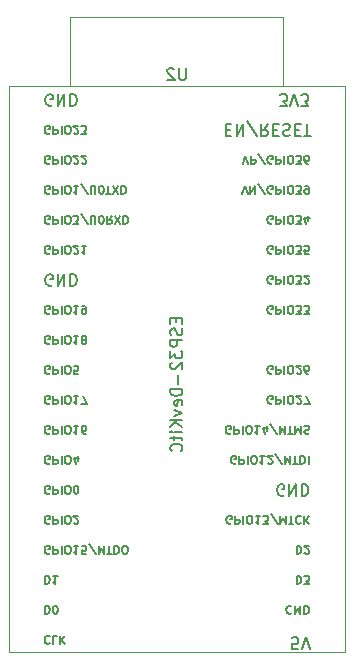
<source format=gbr>
%TF.GenerationSoftware,KiCad,Pcbnew,(5.1.10)-1*%
%TF.CreationDate,2021-10-02T14:55:05+00:00*%
%TF.ProjectId,watermixer,77617465-726d-4697-9865-722e6b696361,v1.0*%
%TF.SameCoordinates,Original*%
%TF.FileFunction,Legend,Bot*%
%TF.FilePolarity,Positive*%
%FSLAX46Y46*%
G04 Gerber Fmt 4.6, Leading zero omitted, Abs format (unit mm)*
G04 Created by KiCad (PCBNEW (5.1.10)-1) date 2021-10-02 14:55:05*
%MOMM*%
%LPD*%
G01*
G04 APERTURE LIST*
%ADD10C,0.120000*%
%ADD11C,0.150000*%
G04 APERTURE END LIST*
D10*
%TO.C,U2*%
X132052320Y-118704720D02*
X103652321Y-118704720D01*
X103652321Y-118704720D02*
X103652320Y-70784720D01*
X103652320Y-70784720D02*
X132052319Y-70784720D01*
X132052319Y-70784720D02*
X132052320Y-118704720D01*
X126822200Y-70764400D02*
X126822200Y-64871600D01*
X126822200Y-64871600D02*
X108839000Y-64871600D01*
X108839000Y-64871600D02*
X108839000Y-70764400D01*
D11*
X118614224Y-69237100D02*
X118614224Y-70046624D01*
X118566605Y-70141862D01*
X118518986Y-70189481D01*
X118423748Y-70237100D01*
X118233272Y-70237100D01*
X118138034Y-70189481D01*
X118090415Y-70141862D01*
X118042796Y-70046624D01*
X118042796Y-69237100D01*
X117614224Y-69332339D02*
X117566605Y-69284720D01*
X117471367Y-69237100D01*
X117233272Y-69237100D01*
X117138034Y-69284720D01*
X117090415Y-69332339D01*
X117042796Y-69427577D01*
X117042796Y-69522815D01*
X117090415Y-69665672D01*
X117661843Y-70237100D01*
X117042796Y-70237100D01*
X117780891Y-90419481D02*
X117780891Y-90752815D01*
X118304700Y-90895672D02*
X118304700Y-90419481D01*
X117304700Y-90419481D01*
X117304700Y-90895672D01*
X118257081Y-91276624D02*
X118304700Y-91419481D01*
X118304700Y-91657577D01*
X118257081Y-91752815D01*
X118209462Y-91800434D01*
X118114224Y-91848053D01*
X118018986Y-91848053D01*
X117923748Y-91800434D01*
X117876129Y-91752815D01*
X117828510Y-91657577D01*
X117780891Y-91467100D01*
X117733272Y-91371862D01*
X117685653Y-91324243D01*
X117590415Y-91276624D01*
X117495177Y-91276624D01*
X117399939Y-91324243D01*
X117352320Y-91371862D01*
X117304700Y-91467100D01*
X117304700Y-91705196D01*
X117352320Y-91848053D01*
X118304700Y-92276624D02*
X117304700Y-92276624D01*
X117304700Y-92657577D01*
X117352320Y-92752815D01*
X117399939Y-92800434D01*
X117495177Y-92848053D01*
X117638034Y-92848053D01*
X117733272Y-92800434D01*
X117780891Y-92752815D01*
X117828510Y-92657577D01*
X117828510Y-92276624D01*
X117304700Y-93181386D02*
X117304700Y-93800434D01*
X117685653Y-93467100D01*
X117685653Y-93609958D01*
X117733272Y-93705196D01*
X117780891Y-93752815D01*
X117876129Y-93800434D01*
X118114224Y-93800434D01*
X118209462Y-93752815D01*
X118257081Y-93705196D01*
X118304700Y-93609958D01*
X118304700Y-93324243D01*
X118257081Y-93229005D01*
X118209462Y-93181386D01*
X117399939Y-94181386D02*
X117352320Y-94229005D01*
X117304700Y-94324243D01*
X117304700Y-94562339D01*
X117352320Y-94657577D01*
X117399939Y-94705196D01*
X117495177Y-94752815D01*
X117590415Y-94752815D01*
X117733272Y-94705196D01*
X118304700Y-94133767D01*
X118304700Y-94752815D01*
X117923748Y-95181386D02*
X117923748Y-95943291D01*
X118304700Y-96419481D02*
X117304700Y-96419481D01*
X117304700Y-96657577D01*
X117352320Y-96800434D01*
X117447558Y-96895672D01*
X117542796Y-96943291D01*
X117733272Y-96990910D01*
X117876129Y-96990910D01*
X118066605Y-96943291D01*
X118161843Y-96895672D01*
X118257081Y-96800434D01*
X118304700Y-96657577D01*
X118304700Y-96419481D01*
X118257081Y-97800434D02*
X118304700Y-97705196D01*
X118304700Y-97514720D01*
X118257081Y-97419481D01*
X118161843Y-97371862D01*
X117780891Y-97371862D01*
X117685653Y-97419481D01*
X117638034Y-97514720D01*
X117638034Y-97705196D01*
X117685653Y-97800434D01*
X117780891Y-97848053D01*
X117876129Y-97848053D01*
X117971367Y-97371862D01*
X117638034Y-98181386D02*
X118304700Y-98419481D01*
X117638034Y-98657577D01*
X118304700Y-99038529D02*
X117304700Y-99038529D01*
X118304700Y-99609958D02*
X117733272Y-99181386D01*
X117304700Y-99609958D02*
X117876129Y-99038529D01*
X118304700Y-100038529D02*
X117638034Y-100038529D01*
X117304700Y-100038529D02*
X117352320Y-99990910D01*
X117399939Y-100038529D01*
X117352320Y-100086148D01*
X117304700Y-100038529D01*
X117399939Y-100038529D01*
X117638034Y-100371862D02*
X117638034Y-100752815D01*
X117304700Y-100514720D02*
X118161843Y-100514720D01*
X118257081Y-100562339D01*
X118304700Y-100657577D01*
X118304700Y-100752815D01*
X118209462Y-101657577D02*
X118257081Y-101609958D01*
X118304700Y-101467100D01*
X118304700Y-101371862D01*
X118257081Y-101229005D01*
X118161843Y-101133767D01*
X118066605Y-101086148D01*
X117876129Y-101038529D01*
X117733272Y-101038529D01*
X117542796Y-101086148D01*
X117447558Y-101133767D01*
X117352320Y-101229005D01*
X117304700Y-101371862D01*
X117304700Y-101467100D01*
X117352320Y-101609958D01*
X117399939Y-101657577D01*
X107281724Y-72384720D02*
X107186486Y-72432339D01*
X107043629Y-72432339D01*
X106900772Y-72384720D01*
X106805534Y-72289481D01*
X106757915Y-72194243D01*
X106710296Y-72003767D01*
X106710296Y-71860910D01*
X106757915Y-71670434D01*
X106805534Y-71575196D01*
X106900772Y-71479958D01*
X107043629Y-71432339D01*
X107138867Y-71432339D01*
X107281724Y-71479958D01*
X107329343Y-71527577D01*
X107329343Y-71860910D01*
X107138867Y-71860910D01*
X107757915Y-71432339D02*
X107757915Y-72432339D01*
X108329343Y-71432339D01*
X108329343Y-72432339D01*
X108805534Y-71432339D02*
X108805534Y-72432339D01*
X109043629Y-72432339D01*
X109186486Y-72384720D01*
X109281724Y-72289481D01*
X109329343Y-72194243D01*
X109376962Y-72003767D01*
X109376962Y-71860910D01*
X109329343Y-71670434D01*
X109281724Y-71575196D01*
X109186486Y-71479958D01*
X109043629Y-71432339D01*
X108805534Y-71432339D01*
X107053153Y-74774720D02*
X106986486Y-74808053D01*
X106886486Y-74808053D01*
X106786486Y-74774720D01*
X106719820Y-74708053D01*
X106686486Y-74641386D01*
X106653153Y-74508053D01*
X106653153Y-74408053D01*
X106686486Y-74274720D01*
X106719820Y-74208053D01*
X106786486Y-74141386D01*
X106886486Y-74108053D01*
X106953153Y-74108053D01*
X107053153Y-74141386D01*
X107086486Y-74174720D01*
X107086486Y-74408053D01*
X106953153Y-74408053D01*
X107386486Y-74108053D02*
X107386486Y-74808053D01*
X107653153Y-74808053D01*
X107719820Y-74774720D01*
X107753153Y-74741386D01*
X107786486Y-74674720D01*
X107786486Y-74574720D01*
X107753153Y-74508053D01*
X107719820Y-74474720D01*
X107653153Y-74441386D01*
X107386486Y-74441386D01*
X108086486Y-74108053D02*
X108086486Y-74808053D01*
X108553153Y-74808053D02*
X108686486Y-74808053D01*
X108753153Y-74774720D01*
X108819820Y-74708053D01*
X108853153Y-74574720D01*
X108853153Y-74341386D01*
X108819820Y-74208053D01*
X108753153Y-74141386D01*
X108686486Y-74108053D01*
X108553153Y-74108053D01*
X108486486Y-74141386D01*
X108419820Y-74208053D01*
X108386486Y-74341386D01*
X108386486Y-74574720D01*
X108419820Y-74708053D01*
X108486486Y-74774720D01*
X108553153Y-74808053D01*
X109119820Y-74741386D02*
X109153153Y-74774720D01*
X109219820Y-74808053D01*
X109386486Y-74808053D01*
X109453153Y-74774720D01*
X109486486Y-74741386D01*
X109519820Y-74674720D01*
X109519820Y-74608053D01*
X109486486Y-74508053D01*
X109086486Y-74108053D01*
X109519820Y-74108053D01*
X109753153Y-74808053D02*
X110186486Y-74808053D01*
X109953153Y-74541386D01*
X110053153Y-74541386D01*
X110119820Y-74508053D01*
X110153153Y-74474720D01*
X110186486Y-74408053D01*
X110186486Y-74241386D01*
X110153153Y-74174720D01*
X110119820Y-74141386D01*
X110053153Y-74108053D01*
X109853153Y-74108053D01*
X109786486Y-74141386D01*
X109753153Y-74174720D01*
X107053153Y-95094720D02*
X106986486Y-95128053D01*
X106886486Y-95128053D01*
X106786486Y-95094720D01*
X106719820Y-95028053D01*
X106686486Y-94961386D01*
X106653153Y-94828053D01*
X106653153Y-94728053D01*
X106686486Y-94594720D01*
X106719820Y-94528053D01*
X106786486Y-94461386D01*
X106886486Y-94428053D01*
X106953153Y-94428053D01*
X107053153Y-94461386D01*
X107086486Y-94494720D01*
X107086486Y-94728053D01*
X106953153Y-94728053D01*
X107386486Y-94428053D02*
X107386486Y-95128053D01*
X107653153Y-95128053D01*
X107719820Y-95094720D01*
X107753153Y-95061386D01*
X107786486Y-94994720D01*
X107786486Y-94894720D01*
X107753153Y-94828053D01*
X107719820Y-94794720D01*
X107653153Y-94761386D01*
X107386486Y-94761386D01*
X108086486Y-94428053D02*
X108086486Y-95128053D01*
X108553153Y-95128053D02*
X108686486Y-95128053D01*
X108753153Y-95094720D01*
X108819820Y-95028053D01*
X108853153Y-94894720D01*
X108853153Y-94661386D01*
X108819820Y-94528053D01*
X108753153Y-94461386D01*
X108686486Y-94428053D01*
X108553153Y-94428053D01*
X108486486Y-94461386D01*
X108419820Y-94528053D01*
X108386486Y-94661386D01*
X108386486Y-94894720D01*
X108419820Y-95028053D01*
X108486486Y-95094720D01*
X108553153Y-95128053D01*
X109486486Y-95128053D02*
X109153153Y-95128053D01*
X109119820Y-94794720D01*
X109153153Y-94828053D01*
X109219820Y-94861386D01*
X109386486Y-94861386D01*
X109453153Y-94828053D01*
X109486486Y-94794720D01*
X109519820Y-94728053D01*
X109519820Y-94561386D01*
X109486486Y-94494720D01*
X109453153Y-94461386D01*
X109386486Y-94428053D01*
X109219820Y-94428053D01*
X109153153Y-94461386D01*
X109119820Y-94494720D01*
X106686486Y-114748053D02*
X106686486Y-115448053D01*
X106853153Y-115448053D01*
X106953153Y-115414720D01*
X107019820Y-115348053D01*
X107053153Y-115281386D01*
X107086486Y-115148053D01*
X107086486Y-115048053D01*
X107053153Y-114914720D01*
X107019820Y-114848053D01*
X106953153Y-114781386D01*
X106853153Y-114748053D01*
X106686486Y-114748053D01*
X107519820Y-115448053D02*
X107586486Y-115448053D01*
X107653153Y-115414720D01*
X107686486Y-115381386D01*
X107719820Y-115314720D01*
X107753153Y-115181386D01*
X107753153Y-115014720D01*
X107719820Y-114881386D01*
X107686486Y-114814720D01*
X107653153Y-114781386D01*
X107586486Y-114748053D01*
X107519820Y-114748053D01*
X107453153Y-114781386D01*
X107419820Y-114814720D01*
X107386486Y-114881386D01*
X107353153Y-115014720D01*
X107353153Y-115181386D01*
X107386486Y-115314720D01*
X107419820Y-115381386D01*
X107453153Y-115414720D01*
X107519820Y-115448053D01*
X128093261Y-118403619D02*
X127617071Y-118403619D01*
X127569452Y-117927428D01*
X127617071Y-117975047D01*
X127712309Y-118022666D01*
X127950404Y-118022666D01*
X128045642Y-117975047D01*
X128093261Y-117927428D01*
X128140880Y-117832190D01*
X128140880Y-117594095D01*
X128093261Y-117498857D01*
X128045642Y-117451238D01*
X127950404Y-117403619D01*
X127712309Y-117403619D01*
X127617071Y-117451238D01*
X127569452Y-117498857D01*
X128426595Y-118403619D02*
X128759928Y-117403619D01*
X129093261Y-118403619D01*
X107053153Y-84934720D02*
X106986486Y-84968053D01*
X106886486Y-84968053D01*
X106786486Y-84934720D01*
X106719820Y-84868053D01*
X106686486Y-84801386D01*
X106653153Y-84668053D01*
X106653153Y-84568053D01*
X106686486Y-84434720D01*
X106719820Y-84368053D01*
X106786486Y-84301386D01*
X106886486Y-84268053D01*
X106953153Y-84268053D01*
X107053153Y-84301386D01*
X107086486Y-84334720D01*
X107086486Y-84568053D01*
X106953153Y-84568053D01*
X107386486Y-84268053D02*
X107386486Y-84968053D01*
X107653153Y-84968053D01*
X107719820Y-84934720D01*
X107753153Y-84901386D01*
X107786486Y-84834720D01*
X107786486Y-84734720D01*
X107753153Y-84668053D01*
X107719820Y-84634720D01*
X107653153Y-84601386D01*
X107386486Y-84601386D01*
X108086486Y-84268053D02*
X108086486Y-84968053D01*
X108553153Y-84968053D02*
X108686486Y-84968053D01*
X108753153Y-84934720D01*
X108819820Y-84868053D01*
X108853153Y-84734720D01*
X108853153Y-84501386D01*
X108819820Y-84368053D01*
X108753153Y-84301386D01*
X108686486Y-84268053D01*
X108553153Y-84268053D01*
X108486486Y-84301386D01*
X108419820Y-84368053D01*
X108386486Y-84501386D01*
X108386486Y-84734720D01*
X108419820Y-84868053D01*
X108486486Y-84934720D01*
X108553153Y-84968053D01*
X109119820Y-84901386D02*
X109153153Y-84934720D01*
X109219820Y-84968053D01*
X109386486Y-84968053D01*
X109453153Y-84934720D01*
X109486486Y-84901386D01*
X109519820Y-84834720D01*
X109519820Y-84768053D01*
X109486486Y-84668053D01*
X109086486Y-84268053D01*
X109519820Y-84268053D01*
X110186486Y-84268053D02*
X109786486Y-84268053D01*
X109986486Y-84268053D02*
X109986486Y-84968053D01*
X109919820Y-84868053D01*
X109853153Y-84801386D01*
X109786486Y-84768053D01*
X106686486Y-112208053D02*
X106686486Y-112908053D01*
X106853153Y-112908053D01*
X106953153Y-112874720D01*
X107019820Y-112808053D01*
X107053153Y-112741386D01*
X107086486Y-112608053D01*
X107086486Y-112508053D01*
X107053153Y-112374720D01*
X107019820Y-112308053D01*
X106953153Y-112241386D01*
X106853153Y-112208053D01*
X106686486Y-112208053D01*
X107753153Y-112208053D02*
X107353153Y-112208053D01*
X107553153Y-112208053D02*
X107553153Y-112908053D01*
X107486486Y-112808053D01*
X107419820Y-112741386D01*
X107353153Y-112708053D01*
X122818153Y-102714720D02*
X122751486Y-102748053D01*
X122651486Y-102748053D01*
X122551486Y-102714720D01*
X122484820Y-102648053D01*
X122451486Y-102581386D01*
X122418153Y-102448053D01*
X122418153Y-102348053D01*
X122451486Y-102214720D01*
X122484820Y-102148053D01*
X122551486Y-102081386D01*
X122651486Y-102048053D01*
X122718153Y-102048053D01*
X122818153Y-102081386D01*
X122851486Y-102114720D01*
X122851486Y-102348053D01*
X122718153Y-102348053D01*
X123151486Y-102048053D02*
X123151486Y-102748053D01*
X123418153Y-102748053D01*
X123484820Y-102714720D01*
X123518153Y-102681386D01*
X123551486Y-102614720D01*
X123551486Y-102514720D01*
X123518153Y-102448053D01*
X123484820Y-102414720D01*
X123418153Y-102381386D01*
X123151486Y-102381386D01*
X123851486Y-102048053D02*
X123851486Y-102748053D01*
X124318153Y-102748053D02*
X124451486Y-102748053D01*
X124518153Y-102714720D01*
X124584820Y-102648053D01*
X124618153Y-102514720D01*
X124618153Y-102281386D01*
X124584820Y-102148053D01*
X124518153Y-102081386D01*
X124451486Y-102048053D01*
X124318153Y-102048053D01*
X124251486Y-102081386D01*
X124184820Y-102148053D01*
X124151486Y-102281386D01*
X124151486Y-102514720D01*
X124184820Y-102648053D01*
X124251486Y-102714720D01*
X124318153Y-102748053D01*
X125284820Y-102048053D02*
X124884820Y-102048053D01*
X125084820Y-102048053D02*
X125084820Y-102748053D01*
X125018153Y-102648053D01*
X124951486Y-102581386D01*
X124884820Y-102548053D01*
X125551486Y-102681386D02*
X125584820Y-102714720D01*
X125651486Y-102748053D01*
X125818153Y-102748053D01*
X125884820Y-102714720D01*
X125918153Y-102681386D01*
X125951486Y-102614720D01*
X125951486Y-102548053D01*
X125918153Y-102448053D01*
X125518153Y-102048053D01*
X125951486Y-102048053D01*
X126751486Y-102781386D02*
X126151486Y-101881386D01*
X126984820Y-102048053D02*
X126984820Y-102748053D01*
X127218153Y-102248053D01*
X127451486Y-102748053D01*
X127451486Y-102048053D01*
X127684820Y-102748053D02*
X128084820Y-102748053D01*
X127884820Y-102048053D02*
X127884820Y-102748053D01*
X128318153Y-102048053D02*
X128318153Y-102748053D01*
X128484820Y-102748053D01*
X128584820Y-102714720D01*
X128651486Y-102648053D01*
X128684820Y-102581386D01*
X128718153Y-102448053D01*
X128718153Y-102348053D01*
X128684820Y-102214720D01*
X128651486Y-102148053D01*
X128584820Y-102081386D01*
X128484820Y-102048053D01*
X128318153Y-102048053D01*
X129018153Y-102048053D02*
X129018153Y-102748053D01*
X123418153Y-77348053D02*
X123651486Y-76648053D01*
X123884820Y-77348053D01*
X124118153Y-76648053D02*
X124118153Y-77348053D01*
X124384820Y-77348053D01*
X124451486Y-77314720D01*
X124484820Y-77281386D01*
X124518153Y-77214720D01*
X124518153Y-77114720D01*
X124484820Y-77048053D01*
X124451486Y-77014720D01*
X124384820Y-76981386D01*
X124118153Y-76981386D01*
X125318153Y-77381386D02*
X124718153Y-76481386D01*
X125918153Y-77314720D02*
X125851486Y-77348053D01*
X125751486Y-77348053D01*
X125651486Y-77314720D01*
X125584820Y-77248053D01*
X125551486Y-77181386D01*
X125518153Y-77048053D01*
X125518153Y-76948053D01*
X125551486Y-76814720D01*
X125584820Y-76748053D01*
X125651486Y-76681386D01*
X125751486Y-76648053D01*
X125818153Y-76648053D01*
X125918153Y-76681386D01*
X125951486Y-76714720D01*
X125951486Y-76948053D01*
X125818153Y-76948053D01*
X126251486Y-76648053D02*
X126251486Y-77348053D01*
X126518153Y-77348053D01*
X126584820Y-77314720D01*
X126618153Y-77281386D01*
X126651486Y-77214720D01*
X126651486Y-77114720D01*
X126618153Y-77048053D01*
X126584820Y-77014720D01*
X126518153Y-76981386D01*
X126251486Y-76981386D01*
X126951486Y-76648053D02*
X126951486Y-77348053D01*
X127418153Y-77348053D02*
X127551486Y-77348053D01*
X127618153Y-77314720D01*
X127684820Y-77248053D01*
X127718153Y-77114720D01*
X127718153Y-76881386D01*
X127684820Y-76748053D01*
X127618153Y-76681386D01*
X127551486Y-76648053D01*
X127418153Y-76648053D01*
X127351486Y-76681386D01*
X127284820Y-76748053D01*
X127251486Y-76881386D01*
X127251486Y-77114720D01*
X127284820Y-77248053D01*
X127351486Y-77314720D01*
X127418153Y-77348053D01*
X127951486Y-77348053D02*
X128384820Y-77348053D01*
X128151486Y-77081386D01*
X128251486Y-77081386D01*
X128318153Y-77048053D01*
X128351486Y-77014720D01*
X128384820Y-76948053D01*
X128384820Y-76781386D01*
X128351486Y-76714720D01*
X128318153Y-76681386D01*
X128251486Y-76648053D01*
X128051486Y-76648053D01*
X127984820Y-76681386D01*
X127951486Y-76714720D01*
X128984820Y-77348053D02*
X128851486Y-77348053D01*
X128784820Y-77314720D01*
X128751486Y-77281386D01*
X128684820Y-77181386D01*
X128651486Y-77048053D01*
X128651486Y-76781386D01*
X128684820Y-76714720D01*
X128718153Y-76681386D01*
X128784820Y-76648053D01*
X128918153Y-76648053D01*
X128984820Y-76681386D01*
X129018153Y-76714720D01*
X129051486Y-76781386D01*
X129051486Y-76948053D01*
X129018153Y-77014720D01*
X128984820Y-77048053D01*
X128918153Y-77081386D01*
X128784820Y-77081386D01*
X128718153Y-77048053D01*
X128684820Y-77014720D01*
X128651486Y-76948053D01*
X127984820Y-109668053D02*
X127984820Y-110368053D01*
X128151486Y-110368053D01*
X128251486Y-110334720D01*
X128318153Y-110268053D01*
X128351486Y-110201386D01*
X128384820Y-110068053D01*
X128384820Y-109968053D01*
X128351486Y-109834720D01*
X128318153Y-109768053D01*
X128251486Y-109701386D01*
X128151486Y-109668053D01*
X127984820Y-109668053D01*
X128651486Y-110301386D02*
X128684820Y-110334720D01*
X128751486Y-110368053D01*
X128918153Y-110368053D01*
X128984820Y-110334720D01*
X129018153Y-110301386D01*
X129051486Y-110234720D01*
X129051486Y-110168053D01*
X129018153Y-110068053D01*
X128618153Y-109668053D01*
X129051486Y-109668053D01*
X125918153Y-97634720D02*
X125851486Y-97668053D01*
X125751486Y-97668053D01*
X125651486Y-97634720D01*
X125584820Y-97568053D01*
X125551486Y-97501386D01*
X125518153Y-97368053D01*
X125518153Y-97268053D01*
X125551486Y-97134720D01*
X125584820Y-97068053D01*
X125651486Y-97001386D01*
X125751486Y-96968053D01*
X125818153Y-96968053D01*
X125918153Y-97001386D01*
X125951486Y-97034720D01*
X125951486Y-97268053D01*
X125818153Y-97268053D01*
X126251486Y-96968053D02*
X126251486Y-97668053D01*
X126518153Y-97668053D01*
X126584820Y-97634720D01*
X126618153Y-97601386D01*
X126651486Y-97534720D01*
X126651486Y-97434720D01*
X126618153Y-97368053D01*
X126584820Y-97334720D01*
X126518153Y-97301386D01*
X126251486Y-97301386D01*
X126951486Y-96968053D02*
X126951486Y-97668053D01*
X127418153Y-97668053D02*
X127551486Y-97668053D01*
X127618153Y-97634720D01*
X127684820Y-97568053D01*
X127718153Y-97434720D01*
X127718153Y-97201386D01*
X127684820Y-97068053D01*
X127618153Y-97001386D01*
X127551486Y-96968053D01*
X127418153Y-96968053D01*
X127351486Y-97001386D01*
X127284820Y-97068053D01*
X127251486Y-97201386D01*
X127251486Y-97434720D01*
X127284820Y-97568053D01*
X127351486Y-97634720D01*
X127418153Y-97668053D01*
X127984820Y-97601386D02*
X128018153Y-97634720D01*
X128084820Y-97668053D01*
X128251486Y-97668053D01*
X128318153Y-97634720D01*
X128351486Y-97601386D01*
X128384820Y-97534720D01*
X128384820Y-97468053D01*
X128351486Y-97368053D01*
X127951486Y-96968053D01*
X128384820Y-96968053D01*
X128618153Y-97668053D02*
X129084820Y-97668053D01*
X128784820Y-96968053D01*
X125918153Y-90014720D02*
X125851486Y-90048053D01*
X125751486Y-90048053D01*
X125651486Y-90014720D01*
X125584820Y-89948053D01*
X125551486Y-89881386D01*
X125518153Y-89748053D01*
X125518153Y-89648053D01*
X125551486Y-89514720D01*
X125584820Y-89448053D01*
X125651486Y-89381386D01*
X125751486Y-89348053D01*
X125818153Y-89348053D01*
X125918153Y-89381386D01*
X125951486Y-89414720D01*
X125951486Y-89648053D01*
X125818153Y-89648053D01*
X126251486Y-89348053D02*
X126251486Y-90048053D01*
X126518153Y-90048053D01*
X126584820Y-90014720D01*
X126618153Y-89981386D01*
X126651486Y-89914720D01*
X126651486Y-89814720D01*
X126618153Y-89748053D01*
X126584820Y-89714720D01*
X126518153Y-89681386D01*
X126251486Y-89681386D01*
X126951486Y-89348053D02*
X126951486Y-90048053D01*
X127418153Y-90048053D02*
X127551486Y-90048053D01*
X127618153Y-90014720D01*
X127684820Y-89948053D01*
X127718153Y-89814720D01*
X127718153Y-89581386D01*
X127684820Y-89448053D01*
X127618153Y-89381386D01*
X127551486Y-89348053D01*
X127418153Y-89348053D01*
X127351486Y-89381386D01*
X127284820Y-89448053D01*
X127251486Y-89581386D01*
X127251486Y-89814720D01*
X127284820Y-89948053D01*
X127351486Y-90014720D01*
X127418153Y-90048053D01*
X127951486Y-90048053D02*
X128384820Y-90048053D01*
X128151486Y-89781386D01*
X128251486Y-89781386D01*
X128318153Y-89748053D01*
X128351486Y-89714720D01*
X128384820Y-89648053D01*
X128384820Y-89481386D01*
X128351486Y-89414720D01*
X128318153Y-89381386D01*
X128251486Y-89348053D01*
X128051486Y-89348053D01*
X127984820Y-89381386D01*
X127951486Y-89414720D01*
X128618153Y-90048053D02*
X129051486Y-90048053D01*
X128818153Y-89781386D01*
X128918153Y-89781386D01*
X128984820Y-89748053D01*
X129018153Y-89714720D01*
X129051486Y-89648053D01*
X129051486Y-89481386D01*
X129018153Y-89414720D01*
X128984820Y-89381386D01*
X128918153Y-89348053D01*
X128718153Y-89348053D01*
X128651486Y-89381386D01*
X128618153Y-89414720D01*
X107053153Y-90014720D02*
X106986486Y-90048053D01*
X106886486Y-90048053D01*
X106786486Y-90014720D01*
X106719820Y-89948053D01*
X106686486Y-89881386D01*
X106653153Y-89748053D01*
X106653153Y-89648053D01*
X106686486Y-89514720D01*
X106719820Y-89448053D01*
X106786486Y-89381386D01*
X106886486Y-89348053D01*
X106953153Y-89348053D01*
X107053153Y-89381386D01*
X107086486Y-89414720D01*
X107086486Y-89648053D01*
X106953153Y-89648053D01*
X107386486Y-89348053D02*
X107386486Y-90048053D01*
X107653153Y-90048053D01*
X107719820Y-90014720D01*
X107753153Y-89981386D01*
X107786486Y-89914720D01*
X107786486Y-89814720D01*
X107753153Y-89748053D01*
X107719820Y-89714720D01*
X107653153Y-89681386D01*
X107386486Y-89681386D01*
X108086486Y-89348053D02*
X108086486Y-90048053D01*
X108553153Y-90048053D02*
X108686486Y-90048053D01*
X108753153Y-90014720D01*
X108819820Y-89948053D01*
X108853153Y-89814720D01*
X108853153Y-89581386D01*
X108819820Y-89448053D01*
X108753153Y-89381386D01*
X108686486Y-89348053D01*
X108553153Y-89348053D01*
X108486486Y-89381386D01*
X108419820Y-89448053D01*
X108386486Y-89581386D01*
X108386486Y-89814720D01*
X108419820Y-89948053D01*
X108486486Y-90014720D01*
X108553153Y-90048053D01*
X109519820Y-89348053D02*
X109119820Y-89348053D01*
X109319820Y-89348053D02*
X109319820Y-90048053D01*
X109253153Y-89948053D01*
X109186486Y-89881386D01*
X109119820Y-89848053D01*
X109853153Y-89348053D02*
X109986486Y-89348053D01*
X110053153Y-89381386D01*
X110086486Y-89414720D01*
X110153153Y-89514720D01*
X110186486Y-89648053D01*
X110186486Y-89914720D01*
X110153153Y-89981386D01*
X110119820Y-90014720D01*
X110053153Y-90048053D01*
X109919820Y-90048053D01*
X109853153Y-90014720D01*
X109819820Y-89981386D01*
X109786486Y-89914720D01*
X109786486Y-89748053D01*
X109819820Y-89681386D01*
X109853153Y-89648053D01*
X109919820Y-89614720D01*
X110053153Y-89614720D01*
X110119820Y-89648053D01*
X110153153Y-89681386D01*
X110186486Y-89748053D01*
X123384820Y-79888053D02*
X123618153Y-79188053D01*
X123851486Y-79888053D01*
X124084820Y-79188053D02*
X124084820Y-79888053D01*
X124484820Y-79188053D01*
X124484820Y-79888053D01*
X125318153Y-79921386D02*
X124718153Y-79021386D01*
X125918153Y-79854720D02*
X125851486Y-79888053D01*
X125751486Y-79888053D01*
X125651486Y-79854720D01*
X125584820Y-79788053D01*
X125551486Y-79721386D01*
X125518153Y-79588053D01*
X125518153Y-79488053D01*
X125551486Y-79354720D01*
X125584820Y-79288053D01*
X125651486Y-79221386D01*
X125751486Y-79188053D01*
X125818153Y-79188053D01*
X125918153Y-79221386D01*
X125951486Y-79254720D01*
X125951486Y-79488053D01*
X125818153Y-79488053D01*
X126251486Y-79188053D02*
X126251486Y-79888053D01*
X126518153Y-79888053D01*
X126584820Y-79854720D01*
X126618153Y-79821386D01*
X126651486Y-79754720D01*
X126651486Y-79654720D01*
X126618153Y-79588053D01*
X126584820Y-79554720D01*
X126518153Y-79521386D01*
X126251486Y-79521386D01*
X126951486Y-79188053D02*
X126951486Y-79888053D01*
X127418153Y-79888053D02*
X127551486Y-79888053D01*
X127618153Y-79854720D01*
X127684820Y-79788053D01*
X127718153Y-79654720D01*
X127718153Y-79421386D01*
X127684820Y-79288053D01*
X127618153Y-79221386D01*
X127551486Y-79188053D01*
X127418153Y-79188053D01*
X127351486Y-79221386D01*
X127284820Y-79288053D01*
X127251486Y-79421386D01*
X127251486Y-79654720D01*
X127284820Y-79788053D01*
X127351486Y-79854720D01*
X127418153Y-79888053D01*
X127951486Y-79888053D02*
X128384820Y-79888053D01*
X128151486Y-79621386D01*
X128251486Y-79621386D01*
X128318153Y-79588053D01*
X128351486Y-79554720D01*
X128384820Y-79488053D01*
X128384820Y-79321386D01*
X128351486Y-79254720D01*
X128318153Y-79221386D01*
X128251486Y-79188053D01*
X128051486Y-79188053D01*
X127984820Y-79221386D01*
X127951486Y-79254720D01*
X128718153Y-79188053D02*
X128851486Y-79188053D01*
X128918153Y-79221386D01*
X128951486Y-79254720D01*
X129018153Y-79354720D01*
X129051486Y-79488053D01*
X129051486Y-79754720D01*
X129018153Y-79821386D01*
X128984820Y-79854720D01*
X128918153Y-79888053D01*
X128784820Y-79888053D01*
X128718153Y-79854720D01*
X128684820Y-79821386D01*
X128651486Y-79754720D01*
X128651486Y-79588053D01*
X128684820Y-79521386D01*
X128718153Y-79488053D01*
X128784820Y-79454720D01*
X128918153Y-79454720D01*
X128984820Y-79488053D01*
X129018153Y-79521386D01*
X129051486Y-79588053D01*
X122451486Y-107794720D02*
X122384820Y-107828053D01*
X122284820Y-107828053D01*
X122184820Y-107794720D01*
X122118153Y-107728053D01*
X122084820Y-107661386D01*
X122051486Y-107528053D01*
X122051486Y-107428053D01*
X122084820Y-107294720D01*
X122118153Y-107228053D01*
X122184820Y-107161386D01*
X122284820Y-107128053D01*
X122351486Y-107128053D01*
X122451486Y-107161386D01*
X122484820Y-107194720D01*
X122484820Y-107428053D01*
X122351486Y-107428053D01*
X122784820Y-107128053D02*
X122784820Y-107828053D01*
X123051486Y-107828053D01*
X123118153Y-107794720D01*
X123151486Y-107761386D01*
X123184820Y-107694720D01*
X123184820Y-107594720D01*
X123151486Y-107528053D01*
X123118153Y-107494720D01*
X123051486Y-107461386D01*
X122784820Y-107461386D01*
X123484820Y-107128053D02*
X123484820Y-107828053D01*
X123951486Y-107828053D02*
X124084820Y-107828053D01*
X124151486Y-107794720D01*
X124218153Y-107728053D01*
X124251486Y-107594720D01*
X124251486Y-107361386D01*
X124218153Y-107228053D01*
X124151486Y-107161386D01*
X124084820Y-107128053D01*
X123951486Y-107128053D01*
X123884820Y-107161386D01*
X123818153Y-107228053D01*
X123784820Y-107361386D01*
X123784820Y-107594720D01*
X123818153Y-107728053D01*
X123884820Y-107794720D01*
X123951486Y-107828053D01*
X124918153Y-107128053D02*
X124518153Y-107128053D01*
X124718153Y-107128053D02*
X124718153Y-107828053D01*
X124651486Y-107728053D01*
X124584820Y-107661386D01*
X124518153Y-107628053D01*
X125151486Y-107828053D02*
X125584820Y-107828053D01*
X125351486Y-107561386D01*
X125451486Y-107561386D01*
X125518153Y-107528053D01*
X125551486Y-107494720D01*
X125584820Y-107428053D01*
X125584820Y-107261386D01*
X125551486Y-107194720D01*
X125518153Y-107161386D01*
X125451486Y-107128053D01*
X125251486Y-107128053D01*
X125184820Y-107161386D01*
X125151486Y-107194720D01*
X126384820Y-107861386D02*
X125784820Y-106961386D01*
X126618153Y-107128053D02*
X126618153Y-107828053D01*
X126851486Y-107328053D01*
X127084820Y-107828053D01*
X127084820Y-107128053D01*
X127318153Y-107828053D02*
X127718153Y-107828053D01*
X127518153Y-107128053D02*
X127518153Y-107828053D01*
X128351486Y-107194720D02*
X128318153Y-107161386D01*
X128218153Y-107128053D01*
X128151486Y-107128053D01*
X128051486Y-107161386D01*
X127984820Y-107228053D01*
X127951486Y-107294720D01*
X127918153Y-107428053D01*
X127918153Y-107528053D01*
X127951486Y-107661386D01*
X127984820Y-107728053D01*
X128051486Y-107794720D01*
X128151486Y-107828053D01*
X128218153Y-107828053D01*
X128318153Y-107794720D01*
X128351486Y-107761386D01*
X128651486Y-107128053D02*
X128651486Y-107828053D01*
X129051486Y-107128053D02*
X128751486Y-107528053D01*
X129051486Y-107828053D02*
X128651486Y-107428053D01*
X107053153Y-107794720D02*
X106986486Y-107828053D01*
X106886486Y-107828053D01*
X106786486Y-107794720D01*
X106719820Y-107728053D01*
X106686486Y-107661386D01*
X106653153Y-107528053D01*
X106653153Y-107428053D01*
X106686486Y-107294720D01*
X106719820Y-107228053D01*
X106786486Y-107161386D01*
X106886486Y-107128053D01*
X106953153Y-107128053D01*
X107053153Y-107161386D01*
X107086486Y-107194720D01*
X107086486Y-107428053D01*
X106953153Y-107428053D01*
X107386486Y-107128053D02*
X107386486Y-107828053D01*
X107653153Y-107828053D01*
X107719820Y-107794720D01*
X107753153Y-107761386D01*
X107786486Y-107694720D01*
X107786486Y-107594720D01*
X107753153Y-107528053D01*
X107719820Y-107494720D01*
X107653153Y-107461386D01*
X107386486Y-107461386D01*
X108086486Y-107128053D02*
X108086486Y-107828053D01*
X108553153Y-107828053D02*
X108686486Y-107828053D01*
X108753153Y-107794720D01*
X108819820Y-107728053D01*
X108853153Y-107594720D01*
X108853153Y-107361386D01*
X108819820Y-107228053D01*
X108753153Y-107161386D01*
X108686486Y-107128053D01*
X108553153Y-107128053D01*
X108486486Y-107161386D01*
X108419820Y-107228053D01*
X108386486Y-107361386D01*
X108386486Y-107594720D01*
X108419820Y-107728053D01*
X108486486Y-107794720D01*
X108553153Y-107828053D01*
X109119820Y-107761386D02*
X109153153Y-107794720D01*
X109219820Y-107828053D01*
X109386486Y-107828053D01*
X109453153Y-107794720D01*
X109486486Y-107761386D01*
X109519820Y-107694720D01*
X109519820Y-107628053D01*
X109486486Y-107528053D01*
X109086486Y-107128053D01*
X109519820Y-107128053D01*
X125918153Y-95094720D02*
X125851486Y-95128053D01*
X125751486Y-95128053D01*
X125651486Y-95094720D01*
X125584820Y-95028053D01*
X125551486Y-94961386D01*
X125518153Y-94828053D01*
X125518153Y-94728053D01*
X125551486Y-94594720D01*
X125584820Y-94528053D01*
X125651486Y-94461386D01*
X125751486Y-94428053D01*
X125818153Y-94428053D01*
X125918153Y-94461386D01*
X125951486Y-94494720D01*
X125951486Y-94728053D01*
X125818153Y-94728053D01*
X126251486Y-94428053D02*
X126251486Y-95128053D01*
X126518153Y-95128053D01*
X126584820Y-95094720D01*
X126618153Y-95061386D01*
X126651486Y-94994720D01*
X126651486Y-94894720D01*
X126618153Y-94828053D01*
X126584820Y-94794720D01*
X126518153Y-94761386D01*
X126251486Y-94761386D01*
X126951486Y-94428053D02*
X126951486Y-95128053D01*
X127418153Y-95128053D02*
X127551486Y-95128053D01*
X127618153Y-95094720D01*
X127684820Y-95028053D01*
X127718153Y-94894720D01*
X127718153Y-94661386D01*
X127684820Y-94528053D01*
X127618153Y-94461386D01*
X127551486Y-94428053D01*
X127418153Y-94428053D01*
X127351486Y-94461386D01*
X127284820Y-94528053D01*
X127251486Y-94661386D01*
X127251486Y-94894720D01*
X127284820Y-95028053D01*
X127351486Y-95094720D01*
X127418153Y-95128053D01*
X127984820Y-95061386D02*
X128018153Y-95094720D01*
X128084820Y-95128053D01*
X128251486Y-95128053D01*
X128318153Y-95094720D01*
X128351486Y-95061386D01*
X128384820Y-94994720D01*
X128384820Y-94928053D01*
X128351486Y-94828053D01*
X127951486Y-94428053D01*
X128384820Y-94428053D01*
X128984820Y-95128053D02*
X128851486Y-95128053D01*
X128784820Y-95094720D01*
X128751486Y-95061386D01*
X128684820Y-94961386D01*
X128651486Y-94828053D01*
X128651486Y-94561386D01*
X128684820Y-94494720D01*
X128718153Y-94461386D01*
X128784820Y-94428053D01*
X128918153Y-94428053D01*
X128984820Y-94461386D01*
X129018153Y-94494720D01*
X129051486Y-94561386D01*
X129051486Y-94728053D01*
X129018153Y-94794720D01*
X128984820Y-94828053D01*
X128918153Y-94861386D01*
X128784820Y-94861386D01*
X128718153Y-94828053D01*
X128684820Y-94794720D01*
X128651486Y-94728053D01*
X107053153Y-82394720D02*
X106986486Y-82428053D01*
X106886486Y-82428053D01*
X106786486Y-82394720D01*
X106719820Y-82328053D01*
X106686486Y-82261386D01*
X106653153Y-82128053D01*
X106653153Y-82028053D01*
X106686486Y-81894720D01*
X106719820Y-81828053D01*
X106786486Y-81761386D01*
X106886486Y-81728053D01*
X106953153Y-81728053D01*
X107053153Y-81761386D01*
X107086486Y-81794720D01*
X107086486Y-82028053D01*
X106953153Y-82028053D01*
X107386486Y-81728053D02*
X107386486Y-82428053D01*
X107653153Y-82428053D01*
X107719820Y-82394720D01*
X107753153Y-82361386D01*
X107786486Y-82294720D01*
X107786486Y-82194720D01*
X107753153Y-82128053D01*
X107719820Y-82094720D01*
X107653153Y-82061386D01*
X107386486Y-82061386D01*
X108086486Y-81728053D02*
X108086486Y-82428053D01*
X108553153Y-82428053D02*
X108686486Y-82428053D01*
X108753153Y-82394720D01*
X108819820Y-82328053D01*
X108853153Y-82194720D01*
X108853153Y-81961386D01*
X108819820Y-81828053D01*
X108753153Y-81761386D01*
X108686486Y-81728053D01*
X108553153Y-81728053D01*
X108486486Y-81761386D01*
X108419820Y-81828053D01*
X108386486Y-81961386D01*
X108386486Y-82194720D01*
X108419820Y-82328053D01*
X108486486Y-82394720D01*
X108553153Y-82428053D01*
X109086486Y-82428053D02*
X109519820Y-82428053D01*
X109286486Y-82161386D01*
X109386486Y-82161386D01*
X109453153Y-82128053D01*
X109486486Y-82094720D01*
X109519820Y-82028053D01*
X109519820Y-81861386D01*
X109486486Y-81794720D01*
X109453153Y-81761386D01*
X109386486Y-81728053D01*
X109186486Y-81728053D01*
X109119820Y-81761386D01*
X109086486Y-81794720D01*
X110319820Y-82461386D02*
X109719820Y-81561386D01*
X110553153Y-82428053D02*
X110553153Y-81861386D01*
X110586486Y-81794720D01*
X110619820Y-81761386D01*
X110686486Y-81728053D01*
X110819820Y-81728053D01*
X110886486Y-81761386D01*
X110919820Y-81794720D01*
X110953153Y-81861386D01*
X110953153Y-82428053D01*
X111419820Y-82428053D02*
X111486486Y-82428053D01*
X111553153Y-82394720D01*
X111586486Y-82361386D01*
X111619820Y-82294720D01*
X111653153Y-82161386D01*
X111653153Y-81994720D01*
X111619820Y-81861386D01*
X111586486Y-81794720D01*
X111553153Y-81761386D01*
X111486486Y-81728053D01*
X111419820Y-81728053D01*
X111353153Y-81761386D01*
X111319820Y-81794720D01*
X111286486Y-81861386D01*
X111253153Y-81994720D01*
X111253153Y-82161386D01*
X111286486Y-82294720D01*
X111319820Y-82361386D01*
X111353153Y-82394720D01*
X111419820Y-82428053D01*
X112353153Y-81728053D02*
X112119820Y-82061386D01*
X111953153Y-81728053D02*
X111953153Y-82428053D01*
X112219820Y-82428053D01*
X112286486Y-82394720D01*
X112319820Y-82361386D01*
X112353153Y-82294720D01*
X112353153Y-82194720D01*
X112319820Y-82128053D01*
X112286486Y-82094720D01*
X112219820Y-82061386D01*
X111953153Y-82061386D01*
X112586486Y-82428053D02*
X113053153Y-81728053D01*
X113053153Y-82428053D02*
X112586486Y-81728053D01*
X113319820Y-81728053D02*
X113319820Y-82428053D01*
X113486486Y-82428053D01*
X113586486Y-82394720D01*
X113653153Y-82328053D01*
X113686486Y-82261386D01*
X113719820Y-82128053D01*
X113719820Y-82028053D01*
X113686486Y-81894720D01*
X113653153Y-81828053D01*
X113586486Y-81761386D01*
X113486486Y-81728053D01*
X113319820Y-81728053D01*
X126565772Y-72432339D02*
X127184820Y-72432339D01*
X126851486Y-72051386D01*
X126994343Y-72051386D01*
X127089581Y-72003767D01*
X127137200Y-71956148D01*
X127184820Y-71860910D01*
X127184820Y-71622815D01*
X127137200Y-71527577D01*
X127089581Y-71479958D01*
X126994343Y-71432339D01*
X126708629Y-71432339D01*
X126613391Y-71479958D01*
X126565772Y-71527577D01*
X127470534Y-72432339D02*
X127803867Y-71432339D01*
X128137200Y-72432339D01*
X128375296Y-72432339D02*
X128994343Y-72432339D01*
X128661010Y-72051386D01*
X128803867Y-72051386D01*
X128899105Y-72003767D01*
X128946724Y-71956148D01*
X128994343Y-71860910D01*
X128994343Y-71622815D01*
X128946724Y-71527577D01*
X128899105Y-71479958D01*
X128803867Y-71432339D01*
X128518153Y-71432339D01*
X128422915Y-71479958D01*
X128375296Y-71527577D01*
X107053153Y-100174720D02*
X106986486Y-100208053D01*
X106886486Y-100208053D01*
X106786486Y-100174720D01*
X106719820Y-100108053D01*
X106686486Y-100041386D01*
X106653153Y-99908053D01*
X106653153Y-99808053D01*
X106686486Y-99674720D01*
X106719820Y-99608053D01*
X106786486Y-99541386D01*
X106886486Y-99508053D01*
X106953153Y-99508053D01*
X107053153Y-99541386D01*
X107086486Y-99574720D01*
X107086486Y-99808053D01*
X106953153Y-99808053D01*
X107386486Y-99508053D02*
X107386486Y-100208053D01*
X107653153Y-100208053D01*
X107719820Y-100174720D01*
X107753153Y-100141386D01*
X107786486Y-100074720D01*
X107786486Y-99974720D01*
X107753153Y-99908053D01*
X107719820Y-99874720D01*
X107653153Y-99841386D01*
X107386486Y-99841386D01*
X108086486Y-99508053D02*
X108086486Y-100208053D01*
X108553153Y-100208053D02*
X108686486Y-100208053D01*
X108753153Y-100174720D01*
X108819820Y-100108053D01*
X108853153Y-99974720D01*
X108853153Y-99741386D01*
X108819820Y-99608053D01*
X108753153Y-99541386D01*
X108686486Y-99508053D01*
X108553153Y-99508053D01*
X108486486Y-99541386D01*
X108419820Y-99608053D01*
X108386486Y-99741386D01*
X108386486Y-99974720D01*
X108419820Y-100108053D01*
X108486486Y-100174720D01*
X108553153Y-100208053D01*
X109519820Y-99508053D02*
X109119820Y-99508053D01*
X109319820Y-99508053D02*
X109319820Y-100208053D01*
X109253153Y-100108053D01*
X109186486Y-100041386D01*
X109119820Y-100008053D01*
X110119820Y-100208053D02*
X109986486Y-100208053D01*
X109919820Y-100174720D01*
X109886486Y-100141386D01*
X109819820Y-100041386D01*
X109786486Y-99908053D01*
X109786486Y-99641386D01*
X109819820Y-99574720D01*
X109853153Y-99541386D01*
X109919820Y-99508053D01*
X110053153Y-99508053D01*
X110119820Y-99541386D01*
X110153153Y-99574720D01*
X110186486Y-99641386D01*
X110186486Y-99808053D01*
X110153153Y-99874720D01*
X110119820Y-99908053D01*
X110053153Y-99941386D01*
X109919820Y-99941386D01*
X109853153Y-99908053D01*
X109819820Y-99874720D01*
X109786486Y-99808053D01*
X125918153Y-87474720D02*
X125851486Y-87508053D01*
X125751486Y-87508053D01*
X125651486Y-87474720D01*
X125584820Y-87408053D01*
X125551486Y-87341386D01*
X125518153Y-87208053D01*
X125518153Y-87108053D01*
X125551486Y-86974720D01*
X125584820Y-86908053D01*
X125651486Y-86841386D01*
X125751486Y-86808053D01*
X125818153Y-86808053D01*
X125918153Y-86841386D01*
X125951486Y-86874720D01*
X125951486Y-87108053D01*
X125818153Y-87108053D01*
X126251486Y-86808053D02*
X126251486Y-87508053D01*
X126518153Y-87508053D01*
X126584820Y-87474720D01*
X126618153Y-87441386D01*
X126651486Y-87374720D01*
X126651486Y-87274720D01*
X126618153Y-87208053D01*
X126584820Y-87174720D01*
X126518153Y-87141386D01*
X126251486Y-87141386D01*
X126951486Y-86808053D02*
X126951486Y-87508053D01*
X127418153Y-87508053D02*
X127551486Y-87508053D01*
X127618153Y-87474720D01*
X127684820Y-87408053D01*
X127718153Y-87274720D01*
X127718153Y-87041386D01*
X127684820Y-86908053D01*
X127618153Y-86841386D01*
X127551486Y-86808053D01*
X127418153Y-86808053D01*
X127351486Y-86841386D01*
X127284820Y-86908053D01*
X127251486Y-87041386D01*
X127251486Y-87274720D01*
X127284820Y-87408053D01*
X127351486Y-87474720D01*
X127418153Y-87508053D01*
X127951486Y-87508053D02*
X128384820Y-87508053D01*
X128151486Y-87241386D01*
X128251486Y-87241386D01*
X128318153Y-87208053D01*
X128351486Y-87174720D01*
X128384820Y-87108053D01*
X128384820Y-86941386D01*
X128351486Y-86874720D01*
X128318153Y-86841386D01*
X128251486Y-86808053D01*
X128051486Y-86808053D01*
X127984820Y-86841386D01*
X127951486Y-86874720D01*
X128651486Y-87441386D02*
X128684820Y-87474720D01*
X128751486Y-87508053D01*
X128918153Y-87508053D01*
X128984820Y-87474720D01*
X129018153Y-87441386D01*
X129051486Y-87374720D01*
X129051486Y-87308053D01*
X129018153Y-87208053D01*
X128618153Y-86808053D01*
X129051486Y-86808053D01*
X107053153Y-105254720D02*
X106986486Y-105288053D01*
X106886486Y-105288053D01*
X106786486Y-105254720D01*
X106719820Y-105188053D01*
X106686486Y-105121386D01*
X106653153Y-104988053D01*
X106653153Y-104888053D01*
X106686486Y-104754720D01*
X106719820Y-104688053D01*
X106786486Y-104621386D01*
X106886486Y-104588053D01*
X106953153Y-104588053D01*
X107053153Y-104621386D01*
X107086486Y-104654720D01*
X107086486Y-104888053D01*
X106953153Y-104888053D01*
X107386486Y-104588053D02*
X107386486Y-105288053D01*
X107653153Y-105288053D01*
X107719820Y-105254720D01*
X107753153Y-105221386D01*
X107786486Y-105154720D01*
X107786486Y-105054720D01*
X107753153Y-104988053D01*
X107719820Y-104954720D01*
X107653153Y-104921386D01*
X107386486Y-104921386D01*
X108086486Y-104588053D02*
X108086486Y-105288053D01*
X108553153Y-105288053D02*
X108686486Y-105288053D01*
X108753153Y-105254720D01*
X108819820Y-105188053D01*
X108853153Y-105054720D01*
X108853153Y-104821386D01*
X108819820Y-104688053D01*
X108753153Y-104621386D01*
X108686486Y-104588053D01*
X108553153Y-104588053D01*
X108486486Y-104621386D01*
X108419820Y-104688053D01*
X108386486Y-104821386D01*
X108386486Y-105054720D01*
X108419820Y-105188053D01*
X108486486Y-105254720D01*
X108553153Y-105288053D01*
X109286486Y-105288053D02*
X109353153Y-105288053D01*
X109419820Y-105254720D01*
X109453153Y-105221386D01*
X109486486Y-105154720D01*
X109519820Y-105021386D01*
X109519820Y-104854720D01*
X109486486Y-104721386D01*
X109453153Y-104654720D01*
X109419820Y-104621386D01*
X109353153Y-104588053D01*
X109286486Y-104588053D01*
X109219820Y-104621386D01*
X109186486Y-104654720D01*
X109153153Y-104721386D01*
X109119820Y-104854720D01*
X109119820Y-105021386D01*
X109153153Y-105154720D01*
X109186486Y-105221386D01*
X109219820Y-105254720D01*
X109286486Y-105288053D01*
X126899105Y-105404720D02*
X126803867Y-105452339D01*
X126661010Y-105452339D01*
X126518153Y-105404720D01*
X126422915Y-105309481D01*
X126375296Y-105214243D01*
X126327677Y-105023767D01*
X126327677Y-104880910D01*
X126375296Y-104690434D01*
X126422915Y-104595196D01*
X126518153Y-104499958D01*
X126661010Y-104452339D01*
X126756248Y-104452339D01*
X126899105Y-104499958D01*
X126946724Y-104547577D01*
X126946724Y-104880910D01*
X126756248Y-104880910D01*
X127375296Y-104452339D02*
X127375296Y-105452339D01*
X127946724Y-104452339D01*
X127946724Y-105452339D01*
X128422915Y-104452339D02*
X128422915Y-105452339D01*
X128661010Y-105452339D01*
X128803867Y-105404720D01*
X128899105Y-105309481D01*
X128946724Y-105214243D01*
X128994343Y-105023767D01*
X128994343Y-104880910D01*
X128946724Y-104690434D01*
X128899105Y-104595196D01*
X128803867Y-104499958D01*
X128661010Y-104452339D01*
X128422915Y-104452339D01*
X107086486Y-117354720D02*
X107053153Y-117321386D01*
X106953153Y-117288053D01*
X106886486Y-117288053D01*
X106786486Y-117321386D01*
X106719820Y-117388053D01*
X106686486Y-117454720D01*
X106653153Y-117588053D01*
X106653153Y-117688053D01*
X106686486Y-117821386D01*
X106719820Y-117888053D01*
X106786486Y-117954720D01*
X106886486Y-117988053D01*
X106953153Y-117988053D01*
X107053153Y-117954720D01*
X107086486Y-117921386D01*
X107719820Y-117288053D02*
X107386486Y-117288053D01*
X107386486Y-117988053D01*
X107953153Y-117288053D02*
X107953153Y-117988053D01*
X108353153Y-117288053D02*
X108053153Y-117688053D01*
X108353153Y-117988053D02*
X107953153Y-117588053D01*
X122001595Y-74493428D02*
X122334928Y-74493428D01*
X122477785Y-73969619D02*
X122001595Y-73969619D01*
X122001595Y-74969619D01*
X122477785Y-74969619D01*
X122906357Y-73969619D02*
X122906357Y-74969619D01*
X123477785Y-73969619D01*
X123477785Y-74969619D01*
X124668261Y-75017238D02*
X123811119Y-73731523D01*
X125573023Y-73969619D02*
X125239690Y-74445809D01*
X125001595Y-73969619D02*
X125001595Y-74969619D01*
X125382547Y-74969619D01*
X125477785Y-74922000D01*
X125525404Y-74874380D01*
X125573023Y-74779142D01*
X125573023Y-74636285D01*
X125525404Y-74541047D01*
X125477785Y-74493428D01*
X125382547Y-74445809D01*
X125001595Y-74445809D01*
X126001595Y-74493428D02*
X126334928Y-74493428D01*
X126477785Y-73969619D02*
X126001595Y-73969619D01*
X126001595Y-74969619D01*
X126477785Y-74969619D01*
X126858738Y-74017238D02*
X127001595Y-73969619D01*
X127239690Y-73969619D01*
X127334928Y-74017238D01*
X127382547Y-74064857D01*
X127430166Y-74160095D01*
X127430166Y-74255333D01*
X127382547Y-74350571D01*
X127334928Y-74398190D01*
X127239690Y-74445809D01*
X127049214Y-74493428D01*
X126953976Y-74541047D01*
X126906357Y-74588666D01*
X126858738Y-74683904D01*
X126858738Y-74779142D01*
X126906357Y-74874380D01*
X126953976Y-74922000D01*
X127049214Y-74969619D01*
X127287309Y-74969619D01*
X127430166Y-74922000D01*
X127858738Y-74493428D02*
X128192071Y-74493428D01*
X128334928Y-73969619D02*
X127858738Y-73969619D01*
X127858738Y-74969619D01*
X128334928Y-74969619D01*
X128620642Y-74969619D02*
X129192071Y-74969619D01*
X128906357Y-73969619D02*
X128906357Y-74969619D01*
X107053153Y-102714720D02*
X106986486Y-102748053D01*
X106886486Y-102748053D01*
X106786486Y-102714720D01*
X106719820Y-102648053D01*
X106686486Y-102581386D01*
X106653153Y-102448053D01*
X106653153Y-102348053D01*
X106686486Y-102214720D01*
X106719820Y-102148053D01*
X106786486Y-102081386D01*
X106886486Y-102048053D01*
X106953153Y-102048053D01*
X107053153Y-102081386D01*
X107086486Y-102114720D01*
X107086486Y-102348053D01*
X106953153Y-102348053D01*
X107386486Y-102048053D02*
X107386486Y-102748053D01*
X107653153Y-102748053D01*
X107719820Y-102714720D01*
X107753153Y-102681386D01*
X107786486Y-102614720D01*
X107786486Y-102514720D01*
X107753153Y-102448053D01*
X107719820Y-102414720D01*
X107653153Y-102381386D01*
X107386486Y-102381386D01*
X108086486Y-102048053D02*
X108086486Y-102748053D01*
X108553153Y-102748053D02*
X108686486Y-102748053D01*
X108753153Y-102714720D01*
X108819820Y-102648053D01*
X108853153Y-102514720D01*
X108853153Y-102281386D01*
X108819820Y-102148053D01*
X108753153Y-102081386D01*
X108686486Y-102048053D01*
X108553153Y-102048053D01*
X108486486Y-102081386D01*
X108419820Y-102148053D01*
X108386486Y-102281386D01*
X108386486Y-102514720D01*
X108419820Y-102648053D01*
X108486486Y-102714720D01*
X108553153Y-102748053D01*
X109453153Y-102514720D02*
X109453153Y-102048053D01*
X109286486Y-102781386D02*
X109119820Y-102281386D01*
X109553153Y-102281386D01*
X125918153Y-84934720D02*
X125851486Y-84968053D01*
X125751486Y-84968053D01*
X125651486Y-84934720D01*
X125584820Y-84868053D01*
X125551486Y-84801386D01*
X125518153Y-84668053D01*
X125518153Y-84568053D01*
X125551486Y-84434720D01*
X125584820Y-84368053D01*
X125651486Y-84301386D01*
X125751486Y-84268053D01*
X125818153Y-84268053D01*
X125918153Y-84301386D01*
X125951486Y-84334720D01*
X125951486Y-84568053D01*
X125818153Y-84568053D01*
X126251486Y-84268053D02*
X126251486Y-84968053D01*
X126518153Y-84968053D01*
X126584820Y-84934720D01*
X126618153Y-84901386D01*
X126651486Y-84834720D01*
X126651486Y-84734720D01*
X126618153Y-84668053D01*
X126584820Y-84634720D01*
X126518153Y-84601386D01*
X126251486Y-84601386D01*
X126951486Y-84268053D02*
X126951486Y-84968053D01*
X127418153Y-84968053D02*
X127551486Y-84968053D01*
X127618153Y-84934720D01*
X127684820Y-84868053D01*
X127718153Y-84734720D01*
X127718153Y-84501386D01*
X127684820Y-84368053D01*
X127618153Y-84301386D01*
X127551486Y-84268053D01*
X127418153Y-84268053D01*
X127351486Y-84301386D01*
X127284820Y-84368053D01*
X127251486Y-84501386D01*
X127251486Y-84734720D01*
X127284820Y-84868053D01*
X127351486Y-84934720D01*
X127418153Y-84968053D01*
X127951486Y-84968053D02*
X128384820Y-84968053D01*
X128151486Y-84701386D01*
X128251486Y-84701386D01*
X128318153Y-84668053D01*
X128351486Y-84634720D01*
X128384820Y-84568053D01*
X128384820Y-84401386D01*
X128351486Y-84334720D01*
X128318153Y-84301386D01*
X128251486Y-84268053D01*
X128051486Y-84268053D01*
X127984820Y-84301386D01*
X127951486Y-84334720D01*
X129018153Y-84968053D02*
X128684820Y-84968053D01*
X128651486Y-84634720D01*
X128684820Y-84668053D01*
X128751486Y-84701386D01*
X128918153Y-84701386D01*
X128984820Y-84668053D01*
X129018153Y-84634720D01*
X129051486Y-84568053D01*
X129051486Y-84401386D01*
X129018153Y-84334720D01*
X128984820Y-84301386D01*
X128918153Y-84268053D01*
X128751486Y-84268053D01*
X128684820Y-84301386D01*
X128651486Y-84334720D01*
X122384820Y-100174720D02*
X122318153Y-100208053D01*
X122218153Y-100208053D01*
X122118153Y-100174720D01*
X122051486Y-100108053D01*
X122018153Y-100041386D01*
X121984820Y-99908053D01*
X121984820Y-99808053D01*
X122018153Y-99674720D01*
X122051486Y-99608053D01*
X122118153Y-99541386D01*
X122218153Y-99508053D01*
X122284820Y-99508053D01*
X122384820Y-99541386D01*
X122418153Y-99574720D01*
X122418153Y-99808053D01*
X122284820Y-99808053D01*
X122718153Y-99508053D02*
X122718153Y-100208053D01*
X122984820Y-100208053D01*
X123051486Y-100174720D01*
X123084820Y-100141386D01*
X123118153Y-100074720D01*
X123118153Y-99974720D01*
X123084820Y-99908053D01*
X123051486Y-99874720D01*
X122984820Y-99841386D01*
X122718153Y-99841386D01*
X123418153Y-99508053D02*
X123418153Y-100208053D01*
X123884820Y-100208053D02*
X124018153Y-100208053D01*
X124084820Y-100174720D01*
X124151486Y-100108053D01*
X124184820Y-99974720D01*
X124184820Y-99741386D01*
X124151486Y-99608053D01*
X124084820Y-99541386D01*
X124018153Y-99508053D01*
X123884820Y-99508053D01*
X123818153Y-99541386D01*
X123751486Y-99608053D01*
X123718153Y-99741386D01*
X123718153Y-99974720D01*
X123751486Y-100108053D01*
X123818153Y-100174720D01*
X123884820Y-100208053D01*
X124851486Y-99508053D02*
X124451486Y-99508053D01*
X124651486Y-99508053D02*
X124651486Y-100208053D01*
X124584820Y-100108053D01*
X124518153Y-100041386D01*
X124451486Y-100008053D01*
X125451486Y-99974720D02*
X125451486Y-99508053D01*
X125284820Y-100241386D02*
X125118153Y-99741386D01*
X125551486Y-99741386D01*
X126318153Y-100241386D02*
X125718153Y-99341386D01*
X126551486Y-99508053D02*
X126551486Y-100208053D01*
X126784820Y-99708053D01*
X127018153Y-100208053D01*
X127018153Y-99508053D01*
X127251486Y-100208053D02*
X127651486Y-100208053D01*
X127451486Y-99508053D02*
X127451486Y-100208053D01*
X127884820Y-99508053D02*
X127884820Y-100208053D01*
X128118153Y-99708053D01*
X128351486Y-100208053D01*
X128351486Y-99508053D01*
X128651486Y-99541386D02*
X128751486Y-99508053D01*
X128918153Y-99508053D01*
X128984820Y-99541386D01*
X129018153Y-99574720D01*
X129051486Y-99641386D01*
X129051486Y-99708053D01*
X129018153Y-99774720D01*
X128984820Y-99808053D01*
X128918153Y-99841386D01*
X128784820Y-99874720D01*
X128718153Y-99908053D01*
X128684820Y-99941386D01*
X128651486Y-100008053D01*
X128651486Y-100074720D01*
X128684820Y-100141386D01*
X128718153Y-100174720D01*
X128784820Y-100208053D01*
X128951486Y-100208053D01*
X129051486Y-100174720D01*
X125918153Y-82394720D02*
X125851486Y-82428053D01*
X125751486Y-82428053D01*
X125651486Y-82394720D01*
X125584820Y-82328053D01*
X125551486Y-82261386D01*
X125518153Y-82128053D01*
X125518153Y-82028053D01*
X125551486Y-81894720D01*
X125584820Y-81828053D01*
X125651486Y-81761386D01*
X125751486Y-81728053D01*
X125818153Y-81728053D01*
X125918153Y-81761386D01*
X125951486Y-81794720D01*
X125951486Y-82028053D01*
X125818153Y-82028053D01*
X126251486Y-81728053D02*
X126251486Y-82428053D01*
X126518153Y-82428053D01*
X126584820Y-82394720D01*
X126618153Y-82361386D01*
X126651486Y-82294720D01*
X126651486Y-82194720D01*
X126618153Y-82128053D01*
X126584820Y-82094720D01*
X126518153Y-82061386D01*
X126251486Y-82061386D01*
X126951486Y-81728053D02*
X126951486Y-82428053D01*
X127418153Y-82428053D02*
X127551486Y-82428053D01*
X127618153Y-82394720D01*
X127684820Y-82328053D01*
X127718153Y-82194720D01*
X127718153Y-81961386D01*
X127684820Y-81828053D01*
X127618153Y-81761386D01*
X127551486Y-81728053D01*
X127418153Y-81728053D01*
X127351486Y-81761386D01*
X127284820Y-81828053D01*
X127251486Y-81961386D01*
X127251486Y-82194720D01*
X127284820Y-82328053D01*
X127351486Y-82394720D01*
X127418153Y-82428053D01*
X127951486Y-82428053D02*
X128384820Y-82428053D01*
X128151486Y-82161386D01*
X128251486Y-82161386D01*
X128318153Y-82128053D01*
X128351486Y-82094720D01*
X128384820Y-82028053D01*
X128384820Y-81861386D01*
X128351486Y-81794720D01*
X128318153Y-81761386D01*
X128251486Y-81728053D01*
X128051486Y-81728053D01*
X127984820Y-81761386D01*
X127951486Y-81794720D01*
X128984820Y-82194720D02*
X128984820Y-81728053D01*
X128818153Y-82461386D02*
X128651486Y-81961386D01*
X129084820Y-81961386D01*
X127984820Y-112208053D02*
X127984820Y-112908053D01*
X128151486Y-112908053D01*
X128251486Y-112874720D01*
X128318153Y-112808053D01*
X128351486Y-112741386D01*
X128384820Y-112608053D01*
X128384820Y-112508053D01*
X128351486Y-112374720D01*
X128318153Y-112308053D01*
X128251486Y-112241386D01*
X128151486Y-112208053D01*
X127984820Y-112208053D01*
X128618153Y-112908053D02*
X129051486Y-112908053D01*
X128818153Y-112641386D01*
X128918153Y-112641386D01*
X128984820Y-112608053D01*
X129018153Y-112574720D01*
X129051486Y-112508053D01*
X129051486Y-112341386D01*
X129018153Y-112274720D01*
X128984820Y-112241386D01*
X128918153Y-112208053D01*
X128718153Y-112208053D01*
X128651486Y-112241386D01*
X128618153Y-112274720D01*
X107053153Y-92554720D02*
X106986486Y-92588053D01*
X106886486Y-92588053D01*
X106786486Y-92554720D01*
X106719820Y-92488053D01*
X106686486Y-92421386D01*
X106653153Y-92288053D01*
X106653153Y-92188053D01*
X106686486Y-92054720D01*
X106719820Y-91988053D01*
X106786486Y-91921386D01*
X106886486Y-91888053D01*
X106953153Y-91888053D01*
X107053153Y-91921386D01*
X107086486Y-91954720D01*
X107086486Y-92188053D01*
X106953153Y-92188053D01*
X107386486Y-91888053D02*
X107386486Y-92588053D01*
X107653153Y-92588053D01*
X107719820Y-92554720D01*
X107753153Y-92521386D01*
X107786486Y-92454720D01*
X107786486Y-92354720D01*
X107753153Y-92288053D01*
X107719820Y-92254720D01*
X107653153Y-92221386D01*
X107386486Y-92221386D01*
X108086486Y-91888053D02*
X108086486Y-92588053D01*
X108553153Y-92588053D02*
X108686486Y-92588053D01*
X108753153Y-92554720D01*
X108819820Y-92488053D01*
X108853153Y-92354720D01*
X108853153Y-92121386D01*
X108819820Y-91988053D01*
X108753153Y-91921386D01*
X108686486Y-91888053D01*
X108553153Y-91888053D01*
X108486486Y-91921386D01*
X108419820Y-91988053D01*
X108386486Y-92121386D01*
X108386486Y-92354720D01*
X108419820Y-92488053D01*
X108486486Y-92554720D01*
X108553153Y-92588053D01*
X109519820Y-91888053D02*
X109119820Y-91888053D01*
X109319820Y-91888053D02*
X109319820Y-92588053D01*
X109253153Y-92488053D01*
X109186486Y-92421386D01*
X109119820Y-92388053D01*
X109919820Y-92288053D02*
X109853153Y-92321386D01*
X109819820Y-92354720D01*
X109786486Y-92421386D01*
X109786486Y-92454720D01*
X109819820Y-92521386D01*
X109853153Y-92554720D01*
X109919820Y-92588053D01*
X110053153Y-92588053D01*
X110119820Y-92554720D01*
X110153153Y-92521386D01*
X110186486Y-92454720D01*
X110186486Y-92421386D01*
X110153153Y-92354720D01*
X110119820Y-92321386D01*
X110053153Y-92288053D01*
X109919820Y-92288053D01*
X109853153Y-92254720D01*
X109819820Y-92221386D01*
X109786486Y-92154720D01*
X109786486Y-92021386D01*
X109819820Y-91954720D01*
X109853153Y-91921386D01*
X109919820Y-91888053D01*
X110053153Y-91888053D01*
X110119820Y-91921386D01*
X110153153Y-91954720D01*
X110186486Y-92021386D01*
X110186486Y-92154720D01*
X110153153Y-92221386D01*
X110119820Y-92254720D01*
X110053153Y-92288053D01*
X127551486Y-114814720D02*
X127518153Y-114781386D01*
X127418153Y-114748053D01*
X127351486Y-114748053D01*
X127251486Y-114781386D01*
X127184820Y-114848053D01*
X127151486Y-114914720D01*
X127118153Y-115048053D01*
X127118153Y-115148053D01*
X127151486Y-115281386D01*
X127184820Y-115348053D01*
X127251486Y-115414720D01*
X127351486Y-115448053D01*
X127418153Y-115448053D01*
X127518153Y-115414720D01*
X127551486Y-115381386D01*
X127851486Y-114748053D02*
X127851486Y-115448053D01*
X128084820Y-114948053D01*
X128318153Y-115448053D01*
X128318153Y-114748053D01*
X128651486Y-114748053D02*
X128651486Y-115448053D01*
X128818153Y-115448053D01*
X128918153Y-115414720D01*
X128984820Y-115348053D01*
X129018153Y-115281386D01*
X129051486Y-115148053D01*
X129051486Y-115048053D01*
X129018153Y-114914720D01*
X128984820Y-114848053D01*
X128918153Y-114781386D01*
X128818153Y-114748053D01*
X128651486Y-114748053D01*
X107053153Y-77314720D02*
X106986486Y-77348053D01*
X106886486Y-77348053D01*
X106786486Y-77314720D01*
X106719820Y-77248053D01*
X106686486Y-77181386D01*
X106653153Y-77048053D01*
X106653153Y-76948053D01*
X106686486Y-76814720D01*
X106719820Y-76748053D01*
X106786486Y-76681386D01*
X106886486Y-76648053D01*
X106953153Y-76648053D01*
X107053153Y-76681386D01*
X107086486Y-76714720D01*
X107086486Y-76948053D01*
X106953153Y-76948053D01*
X107386486Y-76648053D02*
X107386486Y-77348053D01*
X107653153Y-77348053D01*
X107719820Y-77314720D01*
X107753153Y-77281386D01*
X107786486Y-77214720D01*
X107786486Y-77114720D01*
X107753153Y-77048053D01*
X107719820Y-77014720D01*
X107653153Y-76981386D01*
X107386486Y-76981386D01*
X108086486Y-76648053D02*
X108086486Y-77348053D01*
X108553153Y-77348053D02*
X108686486Y-77348053D01*
X108753153Y-77314720D01*
X108819820Y-77248053D01*
X108853153Y-77114720D01*
X108853153Y-76881386D01*
X108819820Y-76748053D01*
X108753153Y-76681386D01*
X108686486Y-76648053D01*
X108553153Y-76648053D01*
X108486486Y-76681386D01*
X108419820Y-76748053D01*
X108386486Y-76881386D01*
X108386486Y-77114720D01*
X108419820Y-77248053D01*
X108486486Y-77314720D01*
X108553153Y-77348053D01*
X109119820Y-77281386D02*
X109153153Y-77314720D01*
X109219820Y-77348053D01*
X109386486Y-77348053D01*
X109453153Y-77314720D01*
X109486486Y-77281386D01*
X109519820Y-77214720D01*
X109519820Y-77148053D01*
X109486486Y-77048053D01*
X109086486Y-76648053D01*
X109519820Y-76648053D01*
X109786486Y-77281386D02*
X109819820Y-77314720D01*
X109886486Y-77348053D01*
X110053153Y-77348053D01*
X110119820Y-77314720D01*
X110153153Y-77281386D01*
X110186486Y-77214720D01*
X110186486Y-77148053D01*
X110153153Y-77048053D01*
X109753153Y-76648053D01*
X110186486Y-76648053D01*
X107281724Y-87624720D02*
X107186486Y-87672339D01*
X107043629Y-87672339D01*
X106900772Y-87624720D01*
X106805534Y-87529481D01*
X106757915Y-87434243D01*
X106710296Y-87243767D01*
X106710296Y-87100910D01*
X106757915Y-86910434D01*
X106805534Y-86815196D01*
X106900772Y-86719958D01*
X107043629Y-86672339D01*
X107138867Y-86672339D01*
X107281724Y-86719958D01*
X107329343Y-86767577D01*
X107329343Y-87100910D01*
X107138867Y-87100910D01*
X107757915Y-86672339D02*
X107757915Y-87672339D01*
X108329343Y-86672339D01*
X108329343Y-87672339D01*
X108805534Y-86672339D02*
X108805534Y-87672339D01*
X109043629Y-87672339D01*
X109186486Y-87624720D01*
X109281724Y-87529481D01*
X109329343Y-87434243D01*
X109376962Y-87243767D01*
X109376962Y-87100910D01*
X109329343Y-86910434D01*
X109281724Y-86815196D01*
X109186486Y-86719958D01*
X109043629Y-86672339D01*
X108805534Y-86672339D01*
X107053153Y-97634720D02*
X106986486Y-97668053D01*
X106886486Y-97668053D01*
X106786486Y-97634720D01*
X106719820Y-97568053D01*
X106686486Y-97501386D01*
X106653153Y-97368053D01*
X106653153Y-97268053D01*
X106686486Y-97134720D01*
X106719820Y-97068053D01*
X106786486Y-97001386D01*
X106886486Y-96968053D01*
X106953153Y-96968053D01*
X107053153Y-97001386D01*
X107086486Y-97034720D01*
X107086486Y-97268053D01*
X106953153Y-97268053D01*
X107386486Y-96968053D02*
X107386486Y-97668053D01*
X107653153Y-97668053D01*
X107719820Y-97634720D01*
X107753153Y-97601386D01*
X107786486Y-97534720D01*
X107786486Y-97434720D01*
X107753153Y-97368053D01*
X107719820Y-97334720D01*
X107653153Y-97301386D01*
X107386486Y-97301386D01*
X108086486Y-96968053D02*
X108086486Y-97668053D01*
X108553153Y-97668053D02*
X108686486Y-97668053D01*
X108753153Y-97634720D01*
X108819820Y-97568053D01*
X108853153Y-97434720D01*
X108853153Y-97201386D01*
X108819820Y-97068053D01*
X108753153Y-97001386D01*
X108686486Y-96968053D01*
X108553153Y-96968053D01*
X108486486Y-97001386D01*
X108419820Y-97068053D01*
X108386486Y-97201386D01*
X108386486Y-97434720D01*
X108419820Y-97568053D01*
X108486486Y-97634720D01*
X108553153Y-97668053D01*
X109519820Y-96968053D02*
X109119820Y-96968053D01*
X109319820Y-96968053D02*
X109319820Y-97668053D01*
X109253153Y-97568053D01*
X109186486Y-97501386D01*
X109119820Y-97468053D01*
X109753153Y-97668053D02*
X110219820Y-97668053D01*
X109919820Y-96968053D01*
X107053153Y-79854720D02*
X106986486Y-79888053D01*
X106886486Y-79888053D01*
X106786486Y-79854720D01*
X106719820Y-79788053D01*
X106686486Y-79721386D01*
X106653153Y-79588053D01*
X106653153Y-79488053D01*
X106686486Y-79354720D01*
X106719820Y-79288053D01*
X106786486Y-79221386D01*
X106886486Y-79188053D01*
X106953153Y-79188053D01*
X107053153Y-79221386D01*
X107086486Y-79254720D01*
X107086486Y-79488053D01*
X106953153Y-79488053D01*
X107386486Y-79188053D02*
X107386486Y-79888053D01*
X107653153Y-79888053D01*
X107719820Y-79854720D01*
X107753153Y-79821386D01*
X107786486Y-79754720D01*
X107786486Y-79654720D01*
X107753153Y-79588053D01*
X107719820Y-79554720D01*
X107653153Y-79521386D01*
X107386486Y-79521386D01*
X108086486Y-79188053D02*
X108086486Y-79888053D01*
X108553153Y-79888053D02*
X108686486Y-79888053D01*
X108753153Y-79854720D01*
X108819820Y-79788053D01*
X108853153Y-79654720D01*
X108853153Y-79421386D01*
X108819820Y-79288053D01*
X108753153Y-79221386D01*
X108686486Y-79188053D01*
X108553153Y-79188053D01*
X108486486Y-79221386D01*
X108419820Y-79288053D01*
X108386486Y-79421386D01*
X108386486Y-79654720D01*
X108419820Y-79788053D01*
X108486486Y-79854720D01*
X108553153Y-79888053D01*
X109519820Y-79188053D02*
X109119820Y-79188053D01*
X109319820Y-79188053D02*
X109319820Y-79888053D01*
X109253153Y-79788053D01*
X109186486Y-79721386D01*
X109119820Y-79688053D01*
X110319820Y-79921386D02*
X109719820Y-79021386D01*
X110553153Y-79888053D02*
X110553153Y-79321386D01*
X110586486Y-79254720D01*
X110619820Y-79221386D01*
X110686486Y-79188053D01*
X110819820Y-79188053D01*
X110886486Y-79221386D01*
X110919820Y-79254720D01*
X110953153Y-79321386D01*
X110953153Y-79888053D01*
X111419820Y-79888053D02*
X111486486Y-79888053D01*
X111553153Y-79854720D01*
X111586486Y-79821386D01*
X111619820Y-79754720D01*
X111653153Y-79621386D01*
X111653153Y-79454720D01*
X111619820Y-79321386D01*
X111586486Y-79254720D01*
X111553153Y-79221386D01*
X111486486Y-79188053D01*
X111419820Y-79188053D01*
X111353153Y-79221386D01*
X111319820Y-79254720D01*
X111286486Y-79321386D01*
X111253153Y-79454720D01*
X111253153Y-79621386D01*
X111286486Y-79754720D01*
X111319820Y-79821386D01*
X111353153Y-79854720D01*
X111419820Y-79888053D01*
X111853153Y-79888053D02*
X112253153Y-79888053D01*
X112053153Y-79188053D02*
X112053153Y-79888053D01*
X112419820Y-79888053D02*
X112886486Y-79188053D01*
X112886486Y-79888053D02*
X112419820Y-79188053D01*
X113153153Y-79188053D02*
X113153153Y-79888053D01*
X113319820Y-79888053D01*
X113419820Y-79854720D01*
X113486486Y-79788053D01*
X113519820Y-79721386D01*
X113553153Y-79588053D01*
X113553153Y-79488053D01*
X113519820Y-79354720D01*
X113486486Y-79288053D01*
X113419820Y-79221386D01*
X113319820Y-79188053D01*
X113153153Y-79188053D01*
X107053153Y-110334720D02*
X106986486Y-110368053D01*
X106886486Y-110368053D01*
X106786486Y-110334720D01*
X106719820Y-110268053D01*
X106686486Y-110201386D01*
X106653153Y-110068053D01*
X106653153Y-109968053D01*
X106686486Y-109834720D01*
X106719820Y-109768053D01*
X106786486Y-109701386D01*
X106886486Y-109668053D01*
X106953153Y-109668053D01*
X107053153Y-109701386D01*
X107086486Y-109734720D01*
X107086486Y-109968053D01*
X106953153Y-109968053D01*
X107386486Y-109668053D02*
X107386486Y-110368053D01*
X107653153Y-110368053D01*
X107719820Y-110334720D01*
X107753153Y-110301386D01*
X107786486Y-110234720D01*
X107786486Y-110134720D01*
X107753153Y-110068053D01*
X107719820Y-110034720D01*
X107653153Y-110001386D01*
X107386486Y-110001386D01*
X108086486Y-109668053D02*
X108086486Y-110368053D01*
X108553153Y-110368053D02*
X108686486Y-110368053D01*
X108753153Y-110334720D01*
X108819820Y-110268053D01*
X108853153Y-110134720D01*
X108853153Y-109901386D01*
X108819820Y-109768053D01*
X108753153Y-109701386D01*
X108686486Y-109668053D01*
X108553153Y-109668053D01*
X108486486Y-109701386D01*
X108419820Y-109768053D01*
X108386486Y-109901386D01*
X108386486Y-110134720D01*
X108419820Y-110268053D01*
X108486486Y-110334720D01*
X108553153Y-110368053D01*
X109519820Y-109668053D02*
X109119820Y-109668053D01*
X109319820Y-109668053D02*
X109319820Y-110368053D01*
X109253153Y-110268053D01*
X109186486Y-110201386D01*
X109119820Y-110168053D01*
X110153153Y-110368053D02*
X109819820Y-110368053D01*
X109786486Y-110034720D01*
X109819820Y-110068053D01*
X109886486Y-110101386D01*
X110053153Y-110101386D01*
X110119820Y-110068053D01*
X110153153Y-110034720D01*
X110186486Y-109968053D01*
X110186486Y-109801386D01*
X110153153Y-109734720D01*
X110119820Y-109701386D01*
X110053153Y-109668053D01*
X109886486Y-109668053D01*
X109819820Y-109701386D01*
X109786486Y-109734720D01*
X110986486Y-110401386D02*
X110386486Y-109501386D01*
X111219820Y-109668053D02*
X111219820Y-110368053D01*
X111453153Y-109868053D01*
X111686486Y-110368053D01*
X111686486Y-109668053D01*
X111919820Y-110368053D02*
X112319820Y-110368053D01*
X112119820Y-109668053D02*
X112119820Y-110368053D01*
X112553153Y-109668053D02*
X112553153Y-110368053D01*
X112719820Y-110368053D01*
X112819820Y-110334720D01*
X112886486Y-110268053D01*
X112919820Y-110201386D01*
X112953153Y-110068053D01*
X112953153Y-109968053D01*
X112919820Y-109834720D01*
X112886486Y-109768053D01*
X112819820Y-109701386D01*
X112719820Y-109668053D01*
X112553153Y-109668053D01*
X113386486Y-110368053D02*
X113519820Y-110368053D01*
X113586486Y-110334720D01*
X113653153Y-110268053D01*
X113686486Y-110134720D01*
X113686486Y-109901386D01*
X113653153Y-109768053D01*
X113586486Y-109701386D01*
X113519820Y-109668053D01*
X113386486Y-109668053D01*
X113319820Y-109701386D01*
X113253153Y-109768053D01*
X113219820Y-109901386D01*
X113219820Y-110134720D01*
X113253153Y-110268053D01*
X113319820Y-110334720D01*
X113386486Y-110368053D01*
%TD*%
M02*

</source>
